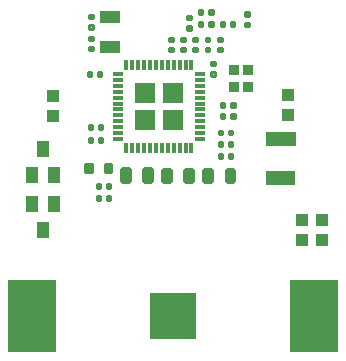
<source format=gbr>
G04 EAGLE Gerber RS-274X export*
G75*
%MOMM*%
%FSLAX34Y34*%
%LPD*%
%INSolderpaste Top*%
%IPPOS*%
%AMOC8*
5,1,8,0,0,1.08239X$1,22.5*%
G01*
%ADD10R,0.300000X0.850000*%
%ADD11R,0.850000X0.300000*%
%ADD12C,0.280800*%
%ADD13C,0.500000*%
%ADD14C,0.402900*%
%ADD15R,1.800000X1.000000*%
%ADD16R,0.850000X0.950000*%
%ADD17R,4.000000X4.000000*%
%ADD18R,4.064000X6.096000*%
%ADD19R,2.500000X1.200000*%
%ADD20R,1.000000X1.400000*%
%ADD21R,1.000000X1.100000*%
%ADD22C,0.270000*%

G36*
X156578Y279462D02*
X156578Y279462D01*
X156580Y279461D01*
X156623Y279481D01*
X156667Y279499D01*
X156667Y279501D01*
X156669Y279502D01*
X156702Y279587D01*
X156702Y296189D01*
X156701Y296191D01*
X156702Y296193D01*
X156682Y296236D01*
X156664Y296280D01*
X156662Y296280D01*
X156661Y296282D01*
X156576Y296315D01*
X139974Y296315D01*
X139972Y296314D01*
X139970Y296315D01*
X139927Y296295D01*
X139883Y296277D01*
X139883Y296275D01*
X139881Y296274D01*
X139848Y296189D01*
X139848Y279587D01*
X139849Y279585D01*
X139848Y279583D01*
X139868Y279540D01*
X139886Y279496D01*
X139888Y279496D01*
X139889Y279494D01*
X139974Y279461D01*
X156576Y279461D01*
X156578Y279462D01*
G37*
G36*
X133544Y279462D02*
X133544Y279462D01*
X133546Y279461D01*
X133589Y279481D01*
X133633Y279499D01*
X133633Y279501D01*
X133635Y279502D01*
X133668Y279587D01*
X133668Y296189D01*
X133667Y296191D01*
X133668Y296193D01*
X133648Y296236D01*
X133630Y296280D01*
X133628Y296280D01*
X133627Y296282D01*
X133542Y296315D01*
X116940Y296315D01*
X116938Y296314D01*
X116936Y296315D01*
X116893Y296295D01*
X116849Y296277D01*
X116849Y296275D01*
X116847Y296274D01*
X116814Y296189D01*
X116814Y279587D01*
X116815Y279585D01*
X116814Y279583D01*
X116834Y279540D01*
X116852Y279496D01*
X116854Y279496D01*
X116855Y279494D01*
X116940Y279461D01*
X133542Y279461D01*
X133544Y279462D01*
G37*
G36*
X156578Y256428D02*
X156578Y256428D01*
X156580Y256427D01*
X156623Y256447D01*
X156667Y256465D01*
X156667Y256467D01*
X156669Y256468D01*
X156702Y256553D01*
X156702Y273155D01*
X156701Y273157D01*
X156702Y273159D01*
X156682Y273202D01*
X156664Y273246D01*
X156662Y273246D01*
X156661Y273248D01*
X156576Y273281D01*
X139974Y273281D01*
X139972Y273280D01*
X139970Y273281D01*
X139927Y273261D01*
X139883Y273243D01*
X139883Y273241D01*
X139881Y273240D01*
X139848Y273155D01*
X139848Y256553D01*
X139849Y256551D01*
X139848Y256549D01*
X139868Y256506D01*
X139886Y256462D01*
X139888Y256462D01*
X139889Y256460D01*
X139974Y256427D01*
X156576Y256427D01*
X156578Y256428D01*
G37*
G36*
X133544Y256428D02*
X133544Y256428D01*
X133546Y256427D01*
X133589Y256447D01*
X133633Y256465D01*
X133633Y256467D01*
X133635Y256468D01*
X133668Y256553D01*
X133668Y273155D01*
X133667Y273157D01*
X133668Y273159D01*
X133648Y273202D01*
X133630Y273246D01*
X133628Y273246D01*
X133627Y273248D01*
X133542Y273281D01*
X116940Y273281D01*
X116938Y273280D01*
X116936Y273281D01*
X116893Y273261D01*
X116849Y273243D01*
X116849Y273241D01*
X116847Y273240D01*
X116814Y273155D01*
X116814Y256553D01*
X116815Y256551D01*
X116814Y256549D01*
X116834Y256506D01*
X116852Y256462D01*
X116854Y256462D01*
X116855Y256460D01*
X116940Y256427D01*
X133542Y256427D01*
X133544Y256428D01*
G37*
D10*
X164258Y311383D03*
X159258Y311383D03*
X154258Y311383D03*
X149258Y311383D03*
X144258Y311383D03*
X139258Y311383D03*
X134258Y311383D03*
X129258Y311383D03*
X124258Y311383D03*
X119258Y311383D03*
X114258Y311383D03*
X109258Y311383D03*
D11*
X101746Y303871D03*
X101746Y298871D03*
X101746Y293871D03*
X101746Y288871D03*
X101746Y283871D03*
X101746Y278871D03*
X101746Y273871D03*
X101746Y268871D03*
X101746Y263871D03*
X101746Y258871D03*
X101746Y253871D03*
X101746Y248871D03*
D10*
X109258Y241359D03*
X114258Y241359D03*
X119258Y241359D03*
X124258Y241359D03*
X129258Y241359D03*
X134258Y241359D03*
X139258Y241359D03*
X144258Y241359D03*
X149258Y241359D03*
X154258Y241359D03*
X159258Y241359D03*
X164258Y241359D03*
D11*
X171770Y248871D03*
X171770Y253871D03*
X171770Y258871D03*
X171770Y263871D03*
X171770Y268871D03*
X171770Y273871D03*
X171770Y278871D03*
X171770Y283871D03*
X171770Y288871D03*
X171770Y293871D03*
X171770Y298871D03*
X171770Y303871D03*
D12*
X86643Y210524D02*
X84051Y210524D01*
X86643Y210524D02*
X86643Y207332D01*
X84051Y207332D01*
X84051Y210524D01*
X84051Y210000D02*
X86643Y210000D01*
X92651Y207332D02*
X95243Y207332D01*
X92651Y207332D02*
X92651Y210524D01*
X95243Y210524D01*
X95243Y207332D01*
X95243Y210000D02*
X92651Y210000D01*
X86643Y200237D02*
X84051Y200237D01*
X86643Y200237D02*
X86643Y197045D01*
X84051Y197045D01*
X84051Y200237D01*
X84051Y199713D02*
X86643Y199713D01*
X92651Y197045D02*
X95243Y197045D01*
X92651Y197045D02*
X92651Y200237D01*
X95243Y200237D01*
X95243Y197045D01*
X95243Y199713D02*
X92651Y199713D01*
X187677Y255996D02*
X190269Y255996D01*
X190269Y252804D01*
X187677Y252804D01*
X187677Y255996D01*
X187677Y255472D02*
X190269Y255472D01*
X196277Y252804D02*
X198869Y252804D01*
X196277Y252804D02*
X196277Y255996D01*
X198869Y255996D01*
X198869Y252804D01*
X198869Y255472D02*
X196277Y255472D01*
X196404Y243025D02*
X198996Y243025D01*
X196404Y243025D02*
X196404Y246217D01*
X198996Y246217D01*
X198996Y243025D01*
X198996Y245693D02*
X196404Y245693D01*
X190396Y246217D02*
X187804Y246217D01*
X190396Y246217D02*
X190396Y243025D01*
X187804Y243025D01*
X187804Y246217D01*
X187804Y245693D02*
X190396Y245693D01*
X79968Y249601D02*
X77376Y249601D01*
X79968Y249601D02*
X79968Y246409D01*
X77376Y246409D01*
X77376Y249601D01*
X77376Y249077D02*
X79968Y249077D01*
X85976Y246409D02*
X88568Y246409D01*
X85976Y246409D02*
X85976Y249601D01*
X88568Y249601D01*
X88568Y246409D01*
X88568Y249077D02*
X85976Y249077D01*
X77343Y342350D02*
X77343Y344942D01*
X80535Y344942D01*
X80535Y342350D01*
X77343Y342350D01*
X80535Y350950D02*
X80535Y353542D01*
X80535Y350950D02*
X77343Y350950D01*
X77343Y353542D01*
X80535Y353542D01*
X80709Y335551D02*
X80709Y332959D01*
X77517Y332959D01*
X77517Y335551D01*
X80709Y335551D01*
X77517Y326951D02*
X77517Y324359D01*
X77517Y326951D02*
X80709Y326951D01*
X80709Y324359D01*
X77517Y324359D01*
X85263Y302207D02*
X87855Y302207D01*
X85263Y302207D02*
X85263Y305399D01*
X87855Y305399D01*
X87855Y302207D01*
X87855Y304875D02*
X85263Y304875D01*
X79255Y305399D02*
X76663Y305399D01*
X79255Y305399D02*
X79255Y302207D01*
X76663Y302207D01*
X76663Y305399D01*
X76663Y304875D02*
X79255Y304875D01*
X85993Y257249D02*
X88585Y257249D01*
X85993Y257249D02*
X85993Y260441D01*
X88585Y260441D01*
X88585Y257249D01*
X88585Y259917D02*
X85993Y259917D01*
X79985Y260441D02*
X77393Y260441D01*
X79985Y260441D02*
X79985Y257249D01*
X77393Y257249D01*
X77393Y260441D01*
X77393Y259917D02*
X79985Y259917D01*
X189582Y269585D02*
X192174Y269585D01*
X192174Y266393D01*
X189582Y266393D01*
X189582Y269585D01*
X189582Y269061D02*
X192174Y269061D01*
X198182Y266393D02*
X200774Y266393D01*
X198182Y266393D02*
X198182Y269585D01*
X200774Y269585D01*
X200774Y266393D01*
X200774Y269061D02*
X198182Y269061D01*
X190396Y236057D02*
X187804Y236057D01*
X190396Y236057D02*
X190396Y232865D01*
X187804Y232865D01*
X187804Y236057D01*
X187804Y235533D02*
X190396Y235533D01*
X196404Y232865D02*
X198996Y232865D01*
X196404Y232865D02*
X196404Y236057D01*
X198996Y236057D01*
X198996Y232865D01*
X198996Y235533D02*
X196404Y235533D01*
D13*
X181103Y222109D02*
X176103Y222109D01*
X181103Y222109D02*
X181103Y212909D01*
X176103Y212909D01*
X176103Y222109D01*
X176103Y217659D02*
X181103Y217659D01*
X194803Y212909D02*
X199803Y212909D01*
X194803Y212909D02*
X194803Y222109D01*
X199803Y222109D01*
X199803Y212909D01*
X199803Y217659D02*
X194803Y217659D01*
X130021Y212993D02*
X125021Y212993D01*
X125021Y222193D01*
X130021Y222193D01*
X130021Y212993D01*
X130021Y217743D02*
X125021Y217743D01*
X111321Y222193D02*
X106321Y222193D01*
X111321Y222193D02*
X111321Y212993D01*
X106321Y212993D01*
X106321Y222193D01*
X106321Y217743D02*
X111321Y217743D01*
D12*
X189582Y279237D02*
X192174Y279237D01*
X192174Y276045D01*
X189582Y276045D01*
X189582Y279237D01*
X189582Y278713D02*
X192174Y278713D01*
X198182Y276045D02*
X200774Y276045D01*
X198182Y276045D02*
X198182Y279237D01*
X200774Y279237D01*
X200774Y276045D01*
X200774Y278713D02*
X198182Y278713D01*
X181158Y302553D02*
X181158Y305145D01*
X184350Y305145D01*
X184350Y302553D01*
X181158Y302553D01*
X184350Y311153D02*
X184350Y313745D01*
X184350Y311153D02*
X181158Y311153D01*
X181158Y313745D01*
X184350Y313745D01*
D14*
X95546Y221665D02*
X91674Y221665D01*
X91674Y226937D01*
X95546Y226937D01*
X95546Y221665D01*
X95546Y225493D02*
X91674Y225493D01*
X79146Y226937D02*
X75274Y226937D01*
X79146Y226937D02*
X79146Y221665D01*
X75274Y221665D01*
X75274Y226937D01*
X75274Y225493D02*
X79146Y225493D01*
D13*
X159719Y212944D02*
X164719Y212944D01*
X159719Y212944D02*
X159719Y222144D01*
X164719Y222144D01*
X164719Y212944D01*
X164719Y217694D02*
X159719Y217694D01*
X146019Y222144D02*
X141019Y222144D01*
X146019Y222144D02*
X146019Y212944D01*
X141019Y212944D01*
X141019Y222144D01*
X141019Y217694D02*
X146019Y217694D01*
D15*
X95136Y351784D03*
X95136Y326784D03*
D16*
X200437Y307407D03*
X200437Y292907D03*
X211937Y292907D03*
X211937Y307407D03*
D17*
X148873Y98640D03*
D18*
X29493Y98640D03*
X268253Y98640D03*
D19*
G36*
X252551Y242900D02*
X227553Y243118D01*
X227657Y255116D01*
X252655Y254898D01*
X252551Y242900D01*
G37*
G36*
X252263Y209901D02*
X227265Y210119D01*
X227369Y222117D01*
X252367Y221899D01*
X252263Y209901D01*
G37*
D20*
X38635Y172175D03*
X29135Y194175D03*
X48135Y194175D03*
X38381Y240175D03*
X47881Y218175D03*
X28881Y218175D03*
D21*
X47000Y285500D03*
X47000Y268500D03*
X246136Y268977D03*
X246136Y285977D03*
X275000Y163500D03*
X275000Y180500D03*
X258000Y163500D03*
X258000Y180500D03*
D22*
X158819Y323261D02*
X158819Y325961D01*
X158819Y323261D02*
X155519Y323261D01*
X155519Y325961D01*
X158819Y325961D01*
X158819Y325826D02*
X155519Y325826D01*
X158819Y331901D02*
X158819Y334601D01*
X158819Y331901D02*
X155519Y331901D01*
X155519Y334601D01*
X158819Y334601D01*
X158819Y334466D02*
X155519Y334466D01*
X148586Y326011D02*
X148586Y323311D01*
X145286Y323311D01*
X145286Y326011D01*
X148586Y326011D01*
X148586Y325876D02*
X145286Y325876D01*
X148586Y331951D02*
X148586Y334651D01*
X148586Y331951D02*
X145286Y331951D01*
X145286Y334651D01*
X148586Y334651D01*
X148586Y334516D02*
X145286Y334516D01*
X186566Y334670D02*
X186566Y331970D01*
X186566Y334670D02*
X189866Y334670D01*
X189866Y331970D01*
X186566Y331970D01*
X186566Y334535D02*
X189866Y334535D01*
X186566Y326030D02*
X186566Y323330D01*
X186566Y326030D02*
X189866Y326030D01*
X189866Y323330D01*
X186566Y323330D01*
X186566Y325895D02*
X189866Y325895D01*
X169090Y326046D02*
X169090Y323346D01*
X165790Y323346D01*
X165790Y326046D01*
X169090Y326046D01*
X169090Y325911D02*
X165790Y325911D01*
X169090Y331986D02*
X169090Y334686D01*
X169090Y331986D02*
X165790Y331986D01*
X165790Y334686D01*
X169090Y334686D01*
X169090Y334551D02*
X165790Y334551D01*
X170847Y354689D02*
X173547Y354689D01*
X170847Y354689D02*
X170847Y357989D01*
X173547Y357989D01*
X173547Y354689D01*
X173547Y357254D02*
X170847Y357254D01*
X179487Y354689D02*
X182187Y354689D01*
X179487Y354689D02*
X179487Y357989D01*
X182187Y357989D01*
X182187Y354689D01*
X182187Y357254D02*
X179487Y357254D01*
X179483Y326029D02*
X179483Y323329D01*
X176183Y323329D01*
X176183Y326029D01*
X179483Y326029D01*
X179483Y325894D02*
X176183Y325894D01*
X179483Y331969D02*
X179483Y334669D01*
X179483Y331969D02*
X176183Y331969D01*
X176183Y334669D01*
X179483Y334669D01*
X179483Y334534D02*
X176183Y334534D01*
X163803Y341422D02*
X163803Y344122D01*
X163803Y341422D02*
X160503Y341422D01*
X160503Y344122D01*
X163803Y344122D01*
X163803Y343987D02*
X160503Y343987D01*
X163803Y350062D02*
X163803Y352762D01*
X163803Y350062D02*
X160503Y350062D01*
X160503Y352762D01*
X163803Y352762D01*
X163803Y352627D02*
X160503Y352627D01*
X170797Y344500D02*
X173497Y344500D01*
X170797Y344500D02*
X170797Y347800D01*
X173497Y347800D01*
X173497Y344500D01*
X173497Y347065D02*
X170797Y347065D01*
X179437Y344500D02*
X182137Y344500D01*
X179437Y344500D02*
X179437Y347800D01*
X182137Y347800D01*
X182137Y344500D01*
X182137Y347065D02*
X179437Y347065D01*
X189340Y344417D02*
X192040Y344417D01*
X189340Y344417D02*
X189340Y347717D01*
X192040Y347717D01*
X192040Y344417D01*
X192040Y346982D02*
X189340Y346982D01*
X197980Y344417D02*
X200680Y344417D01*
X197980Y344417D02*
X197980Y347717D01*
X200680Y347717D01*
X200680Y344417D01*
X200680Y346982D02*
X197980Y346982D01*
X212704Y347343D02*
X212704Y344643D01*
X209404Y344643D01*
X209404Y347343D01*
X212704Y347343D01*
X212704Y347208D02*
X209404Y347208D01*
X212704Y353283D02*
X212704Y355983D01*
X212704Y353283D02*
X209404Y353283D01*
X209404Y355983D01*
X212704Y355983D01*
X212704Y355848D02*
X209404Y355848D01*
M02*

</source>
